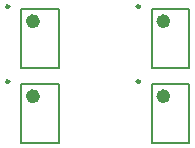
<source format=gto>
G04 Layer_Color=65535*
%FSLAX23Y23*%
%MOIN*%
G70*
G01*
G75*
%ADD19C,0.024*%
%ADD20C,0.010*%
%ADD21C,0.008*%
D19*
X719Y-216D02*
G03*
X719Y-216I-12J0D01*
G01*
X284D02*
G03*
X284Y-216I-12J0D01*
G01*
X719Y34D02*
G03*
X719Y34I-12J0D01*
G01*
X284D02*
G03*
X284Y34I-12J0D01*
G01*
D20*
X629Y-167D02*
G03*
X629Y-167I-5J0D01*
G01*
X193D02*
G03*
X193Y-167I-5J0D01*
G01*
X629Y83D02*
G03*
X629Y83I-5J0D01*
G01*
X193D02*
G03*
X193Y83I-5J0D01*
G01*
D21*
X668Y-373D02*
X794D01*
X668Y-177D02*
X794D01*
Y-373D02*
Y-177D01*
X668Y-373D02*
Y-177D01*
X233Y-373D02*
X359D01*
X233Y-177D02*
X359D01*
Y-373D02*
Y-177D01*
X233Y-373D02*
Y-177D01*
X668Y-123D02*
X794D01*
X668Y73D02*
X794D01*
Y-123D02*
Y73D01*
X668Y-123D02*
Y73D01*
X233Y-123D02*
X359D01*
X233Y73D02*
X359D01*
Y-123D02*
Y73D01*
X233Y-123D02*
Y73D01*
M02*

</source>
